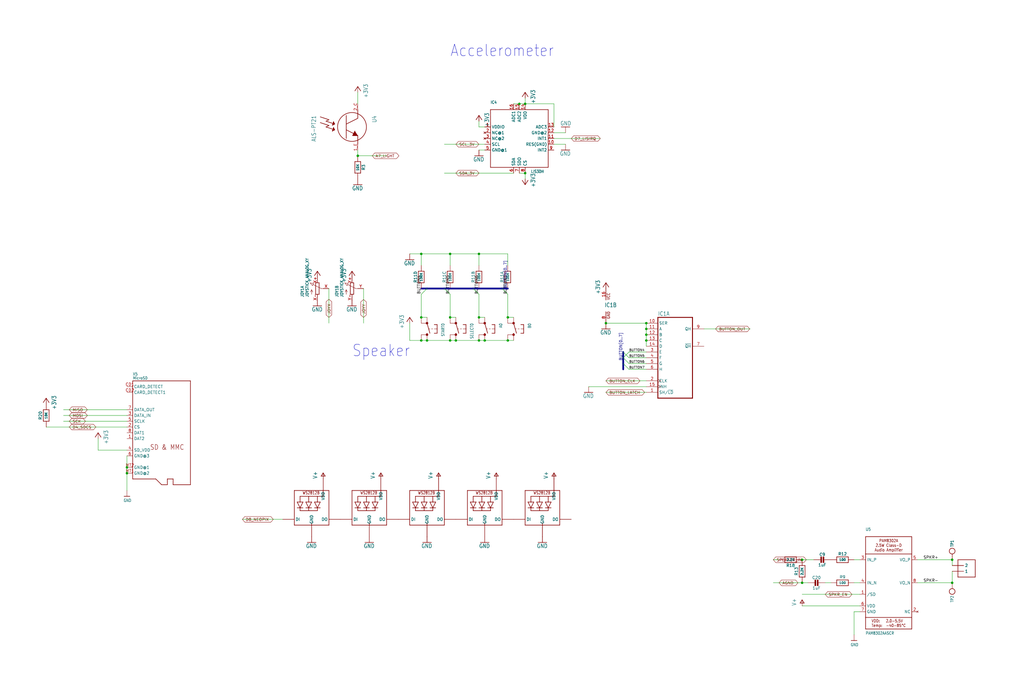
<source format=kicad_sch>
(kicad_sch (version 20230121) (generator eeschema)
  (paper "User" 450.723 304.165)
  (lib_symbols
    (symbol "working-eagle-import:74165TSSOP"
      (property "Reference" "IC" (at -0.635 -0.635 0))
      (symbol "74165TSSOP_1_0"
        (polyline (pts (xy -7.62 -17.78) (xy 7.62 -17.78)) (stroke (width 0.4064)))
        (polyline (pts (xy -7.62 17.78) (xy -7.62 -17.78)) (stroke (width 0.4064)))
        (polyline (pts (xy 7.62 -17.78) (xy 7.62 17.78)) (stroke (width 0.4064)))
        (polyline (pts (xy 7.62 17.78) (xy -7.62 17.78)) (stroke (width 0.4064)))
        (pin input line (at -12.7 -15.24 0) (length 5.08) (name "SH/~{LD}") (number "1"))
        (pin input line (at -12.7 15.24 0) (length 5.08) (name "SER") (number "10"))
        (pin input line (at -12.7 12.7 0) (length 5.08) (name "A") (number "11"))
        (pin input line (at -12.7 10.16 0) (length 5.08) (name "B") (number "12"))
        (pin input line (at -12.7 7.62 0) (length 5.08) (name "C") (number "13"))
        (pin input line (at -12.7 5.08 0) (length 5.08) (name "D") (number "14"))
        (pin input clock (at -12.7 -12.7 0) (length 5.08) (name "INH") (number "15"))
        (pin input clock (at -12.7 -10.16 0) (length 5.08) (name "CLK") (number "2"))
        (pin input line (at -12.7 2.54 0) (length 5.08) (name "E") (number "3"))
        (pin input line (at -12.7 0 0) (length 5.08) (name "F") (number "4"))
        (pin input line (at -12.7 -2.54 0) (length 5.08) (name "G") (number "5"))
        (pin input line (at -12.7 -5.08 0) (length 5.08) (name "H") (number "6"))
        (pin output line (at 12.7 5.08 180) (length 5.08) (name "~{QH}") (number "7"))
        (pin output line (at 12.7 12.7 180) (length 5.08) (name "QH") (number "9"))
      )
      (symbol "74165TSSOP_2_0"
        (text "GND" (at 1.905 -5.842 900) (effects (font (size 1.27 1.0795)) (justify left bottom)))
        (text "VCC" (at 1.905 2.54 900) (effects (font (size 1.27 1.0795)) (justify left bottom)))
        (pin power_in line (at 0 7.62 270) (length 5.08) (name "VCC") (number "16"))
        (pin power_in line (at 0 -7.62 90) (length 5.08) (name "GND") (number "8"))
      )
    )
    (symbol "working-eagle-import:ACCEL_LIS3DHTR"
      (property "Reference" "U" (at -12.7 15.24 0))
      (symbol "ACCEL_LIS3DHTR_1_0"
        (polyline (pts (xy -12.7 -12.7) (xy -12.7 12.7)) (stroke (width 0.254)))
        (polyline (pts (xy -12.7 12.7) (xy 12.7 12.7)) (stroke (width 0.254)))
        (polyline (pts (xy 12.7 -12.7) (xy -12.7 -12.7)) (stroke (width 0.254)))
        (polyline (pts (xy 12.7 12.7) (xy 12.7 -12.7)) (stroke (width 0.254)))
        (pin power_in line (at -15.24 5.08 0) (length 2.54) (name "VDDIO") (number "1"))
        (pin bidirectional line (at 15.24 -2.54 180) (length 2.54) (name "RES(GND)") (number "10"))
        (pin output line (at 15.24 0 180) (length 2.54) (name "INT1") (number "11"))
        (pin power_in line (at 15.24 2.54 180) (length 2.54) (name "GND@2") (number "12"))
        (pin input line (at 15.24 5.08 180) (length 2.54) (name "ADC3") (number "13"))
        (pin power_in line (at 2.54 15.24 270) (length 2.54) (name "VDD") (number "14"))
        (pin input line (at 0 15.24 270) (length 2.54) (name "ADC2") (number "15"))
        (pin input line (at -2.54 15.24 270) (length 2.54) (name "ADC1") (number "16"))
        (pin no_connect line (at -15.24 2.54 0) (length 2.54) (name "NC@1") (number "2"))
        (pin no_connect line (at -15.24 0 0) (length 2.54) (name "NC@2") (number "3"))
        (pin bidirectional line (at -15.24 -2.54 0) (length 2.54) (name "SCL") (number "4"))
        (pin power_in line (at -15.24 -5.08 0) (length 2.54) (name "GND@1") (number "5"))
        (pin bidirectional line (at -2.54 -15.24 90) (length 2.54) (name "SDA") (number "6"))
        (pin bidirectional line (at 0 -15.24 90) (length 2.54) (name "SDO") (number "7"))
        (pin input line (at 2.54 -15.24 90) (length 2.54) (name "CS") (number "8"))
        (pin output line (at 15.24 -5.08 180) (length 2.54) (name "INT2") (number "9"))
      )
    )
    (symbol "working-eagle-import:AUDIOAMP_PAM8302A"
      (property "Reference" "U" (at -10.16 22.86 0))
      (symbol "AUDIOAMP_PAM8302A_1_0"
        (polyline (pts (xy -10.16 -20.32) (xy 10.16 -20.32)) (stroke (width 0.254)))
        (polyline (pts (xy -10.16 -15.24) (xy -10.16 -20.32)) (stroke (width 0.254)))
        (polyline (pts (xy -10.16 -15.24) (xy -10.16 12.7)) (stroke (width 0.254)))
        (polyline (pts (xy -10.16 12.7) (xy -10.16 20.32)) (stroke (width 0.254)))
        (polyline (pts (xy -10.16 12.7) (xy 10.16 12.7)) (stroke (width 0.254)))
        (polyline (pts (xy -10.16 20.32) (xy 10.16 20.32)) (stroke (width 0.254)))
        (polyline (pts (xy 10.16 -20.32) (xy 10.16 -15.24)) (stroke (width 0.254)))
        (polyline (pts (xy 10.16 -15.24) (xy -10.16 -15.24)) (stroke (width 0.254)))
        (polyline (pts (xy 10.16 12.7) (xy 10.16 -15.24)) (stroke (width 0.254)))
        (polyline (pts (xy 10.16 20.32) (xy 10.16 12.7)) (stroke (width 0.254)))
        (text "2.0-5.5V\n-40-85°C" (at -1.27 -17.78 0) (effects (font (size 1.27 1.0795)) (justify left)))
        (text "PAM8302A\n2.5W Class-D\nAudio Amplifier" (at 0 16.51 0) (effects (font (size 1.27 1.0795))))
        (text "VDD:\nTemp:" (at -7.62 -17.78 0) (effects (font (size 1.27 1.0795)) (justify left)))
        (pin input line (at -12.7 -5.08 0) (length 2.54) (name "/SD") (number "1"))
        (pin no_connect line (at 12.7 -12.7 180) (length 2.54) (name "NC") (number "2"))
        (pin input line (at -12.7 10.16 0) (length 2.54) (name "IN_P") (number "3"))
        (pin input line (at -12.7 0 0) (length 2.54) (name "IN_N") (number "4"))
        (pin output line (at 12.7 10.16 180) (length 2.54) (name "VO_P") (number "5"))
        (pin power_in line (at -12.7 -10.16 0) (length 2.54) (name "VDD") (number "6"))
        (pin power_in line (at -12.7 -12.7 0) (length 2.54) (name "GND") (number "7"))
        (pin output line (at 12.7 0 180) (length 2.54) (name "VO_N") (number "8"))
      )
    )
    (symbol "working-eagle-import:CAP_CERAMIC0603_NO"
      (property "Reference" "C" (at -2.29 1.25 90))
      (symbol "CAP_CERAMIC0603_NO_1_0"
        (rectangle (start -1.27 0.508) (end 1.27 1.016) (fill (type outline)))
        (rectangle (start -1.27 1.524) (end 1.27 2.032) (fill (type outline)))
        (polyline (pts (xy 0 0.762) (xy 0 0)) (stroke (width 0.1524)))
        (polyline (pts (xy 0 2.54) (xy 0 1.778)) (stroke (width 0.1524)))
        (pin passive line (at 0 5.08 270) (length 2.54) (name "1") (number "1"))
        (pin passive line (at 0 -2.54 90) (length 2.54) (name "2") (number "2"))
      )
    )
    (symbol "working-eagle-import:CON_MOLEX_2P"
      (symbol "CON_MOLEX_2P_1_0"
        (polyline (pts (xy -2.54 -2.54) (xy 5.08 -2.54)) (stroke (width 0.254)))
        (polyline (pts (xy -2.54 5.08) (xy -2.54 -2.54)) (stroke (width 0.254)))
        (polyline (pts (xy 5.08 -2.54) (xy 5.08 5.08)) (stroke (width 0.254)))
        (polyline (pts (xy 5.08 5.08) (xy -2.54 5.08)) (stroke (width 0.254)))
        (pin passive line (at -5.08 2.54 0) (length 5.08) (name "1") (number "1"))
        (pin passive line (at -5.08 0 0) (length 5.08) (name "2") (number "2"))
      )
      (symbol "CON_MOLEX_2P_2_0"
        (pin bidirectional line (at 0 0 0) (length 5.08) (name "MT") (number "M1"))
      )
      (symbol "CON_MOLEX_2P_3_0"
        (pin bidirectional line (at 0 0 0) (length 5.08) (name "MT") (number "M2"))
      )
    )
    (symbol "working-eagle-import:GND" (power)
      (property "Value" "GND" (at -1.524 -2.54 0))
      (symbol "GND_1_0"
        (polyline (pts (xy -1.27 0) (xy 1.27 0)) (stroke (width 0.254)))
        (pin power_in line (at 0 2.54 270) (length 2.54) (name "GND") (number "1"))
      )
    )
    (symbol "working-eagle-import:JOYSTICK_ANALOG_XY"
      (property "Reference" "JOY" (at -5.969 -3.81 90))
      (symbol "JOYSTICK_ANALOG_XY_1_0"
        (polyline (pts (xy -3.1989 2.4495) (xy -1.7018 2.2352)) (stroke (width 0.1524)))
        (polyline (pts (xy -2.54 -2.54) (xy -2.54 -0.508)) (stroke (width 0.1524)))
        (polyline (pts (xy -2.54 -0.508) (xy -3.048 -1.524)) (stroke (width 0.1524)))
        (polyline (pts (xy -2.54 -0.508) (xy -2.032 -1.524)) (stroke (width 0.1524)))
        (polyline (pts (xy -2.1597 1.2939) (xy -3.1989 2.4495)) (stroke (width 0.1524)))
        (polyline (pts (xy -2.1597 1.2939) (xy -1.7018 2.2352)) (stroke (width 0.1524)))
        (polyline (pts (xy -0.762 -2.54) (xy 0.762 -2.54)) (stroke (width 0.254)))
        (polyline (pts (xy -0.762 2.54) (xy -0.762 -2.54)) (stroke (width 0.254)))
        (polyline (pts (xy 0.762 -2.54) (xy 0.762 2.54)) (stroke (width 0.254)))
        (polyline (pts (xy 0.762 2.54) (xy -0.762 2.54)) (stroke (width 0.254)))
        (polyline (pts (xy 1.651 0) (xy -1.8796 1.7526)) (stroke (width 0.1524)))
        (polyline (pts (xy 2.54 0) (xy 1.651 0)) (stroke (width 0.1524)))
        (pin passive line (at 5.08 0 180) (length 2.54) (name "S") (number "X"))
        (pin passive line (at 0 5.08 270) (length 2.54) (name "E") (number "X+"))
        (pin passive line (at 0 -5.08 90) (length 2.54) (name "A") (number "X-"))
      )
      (symbol "JOYSTICK_ANALOG_XY_2_0"
        (polyline (pts (xy -3.1989 2.4495) (xy -1.7018 2.2352)) (stroke (width 0.1524)))
        (polyline (pts (xy -2.54 -2.54) (xy -2.54 -0.508)) (stroke (width 0.1524)))
        (polyline (pts (xy -2.54 -0.508) (xy -3.048 -1.524)) (stroke (width 0.1524)))
        (polyline (pts (xy -2.54 -0.508) (xy -2.032 -1.524)) (stroke (width 0.1524)))
        (polyline (pts (xy -2.1597 1.2939) (xy -3.1989 2.4495)) (stroke (width 0.1524)))
        (polyline (pts (xy -2.1597 1.2939) (xy -1.7018 2.2352)) (stroke (width 0.1524)))
        (polyline (pts (xy -0.762 -2.54) (xy 0.762 -2.54)) (stroke (width 0.254)))
        (polyline (pts (xy -0.762 2.54) (xy -0.762 -2.54)) (stroke (width 0.254)))
        (polyline (pts (xy 0.762 -2.54) (xy 0.762 2.54)) (stroke (width 0.254)))
        (polyline (pts (xy 0.762 2.54) (xy -0.762 2.54)) (stroke (width 0.254)))
        (polyline (pts (xy 1.651 0) (xy -1.8796 1.7526)) (stroke (width 0.1524)))
        (polyline (pts (xy 2.54 0) (xy 1.651 0)) (stroke (width 0.1524)))
        (pin passive line (at 5.08 0 180) (length 2.54) (name "S") (number "Y"))
        (pin passive line (at 0 5.08 270) (length 2.54) (name "E") (number "Y+"))
        (pin passive line (at 0 -5.08 90) (length 2.54) (name "A") (number "Y-"))
      )
    )
    (symbol "working-eagle-import:MICROSD"
      (property "Reference" "X" (at -12.7 22.606 0))
      (symbol "MICROSD_1_0"
        (polyline (pts (xy -12.7 -22.86) (xy -2.54 -22.86)) (stroke (width 0.254)))
        (polyline (pts (xy -12.7 20.32) (xy -12.7 -22.86)) (stroke (width 0.254)))
        (polyline (pts (xy -2.54 -22.86) (xy 0 -25.4)) (stroke (width 0.254)))
        (polyline (pts (xy 0 -25.4) (xy 2.54 -25.4)) (stroke (width 0.254)))
        (polyline (pts (xy 2.54 -25.4) (xy 2.54 -22.86)) (stroke (width 0.254)))
        (polyline (pts (xy 2.54 -22.86) (xy 5.08 -22.86)) (stroke (width 0.254)))
        (polyline (pts (xy 5.08 -25.4) (xy 12.7 -25.4)) (stroke (width 0.254)))
        (polyline (pts (xy 5.08 -22.86) (xy 5.08 -25.4)) (stroke (width 0.254)))
        (polyline (pts (xy 12.7 -25.4) (xy 12.7 20.32)) (stroke (width 0.254)))
        (polyline (pts (xy 12.7 20.32) (xy -12.7 20.32)) (stroke (width 0.254)))
        (text "SD & MMC" (at -5.08 -10.16 0) (effects (font (size 2.1844 1.8567)) (justify left bottom)))
        (pin bidirectional line (at -15.24 -5.08 0) (length 2.54) (name "DAT2") (number "1"))
        (pin input line (at -15.24 0 0) (length 2.54) (name "CS") (number "2"))
        (pin input line (at -15.24 5.08 0) (length 2.54) (name "DATA_IN") (number "3"))
        (pin power_in line (at -15.24 -10.16 0) (length 2.54) (name "SD_VDD") (number "4"))
        (pin input line (at -15.24 2.54 0) (length 2.54) (name "SCLK") (number "5"))
        (pin power_in line (at -15.24 -12.7 0) (length 2.54) (name "GND@3") (number "6"))
        (pin output line (at -15.24 7.62 0) (length 2.54) (name "DATA_OUT") (number "7"))
        (pin bidirectional line (at -15.24 -2.54 0) (length 2.54) (name "DAT1") (number "8"))
        (pin passive line (at -15.24 17.78 0) (length 2.54) (name "CARD_DETECT") (number "CD1"))
        (pin passive line (at -15.24 15.24 0) (length 2.54) (name "CARD_DETECT1") (number "CD2"))
        (pin power_in line (at -15.24 -20.32 0) (length 2.54) (name "GND@2") (number "MT1"))
        (pin power_in line (at -15.24 -17.78 0) (length 2.54) (name "GND@1") (number "MT2"))
      )
    )
    (symbol "working-eagle-import:PHOTOTRANSISTOR_PT26-21C"
      (property "Reference" "U" (at 8.89 5.08 90))
      (symbol "PHOTOTRANSISTOR_PT26-21C_1_0"
        (polyline (pts (xy -13.97 1.905) (xy -10.16 0.635)) (stroke (width 0.254)))
        (polyline (pts (xy -13.97 4.445) (xy -10.16 3.175)) (stroke (width 0.254)))
        (polyline (pts (xy -11.43 0) (xy -7.62 -1.27)) (stroke (width 0.254)))
        (polyline (pts (xy -11.43 2.54) (xy -7.62 1.27)) (stroke (width 0.254)))
        (polyline (pts (xy -10.16 0.635) (xy -11.43 0)) (stroke (width 0.254)))
        (polyline (pts (xy -10.16 3.175) (xy -11.43 2.54)) (stroke (width 0.254)))
        (polyline (pts (xy -8.636 -1.778) (xy -8.128 -0.254)) (stroke (width 0.254)))
        (polyline (pts (xy -8.636 -1.778) (xy -7.874 -1.27)) (stroke (width 0.254)))
        (polyline (pts (xy -8.636 0.762) (xy -7.62 1.27)) (stroke (width 0.254)))
        (polyline (pts (xy -8.382 -1.524) (xy -8.128 -1.27)) (stroke (width 0.254)))
        (polyline (pts (xy -8.382 -1.27) (xy -8.128 -0.508)) (stroke (width 0.254)))
        (polyline (pts (xy -8.382 1.016) (xy -8.382 1.27)) (stroke (width 0.254)))
        (polyline (pts (xy -8.382 1.27) (xy -8.128 1.27)) (stroke (width 0.254)))
        (polyline (pts (xy -8.128 -1.27) (xy -8.382 -1.27)) (stroke (width 0.254)))
        (polyline (pts (xy -8.128 -1.016) (xy -7.874 -1.016)) (stroke (width 0.254)))
        (polyline (pts (xy -8.128 -0.762) (xy -8.128 -1.016)) (stroke (width 0.254)))
        (polyline (pts (xy -8.128 -0.508) (xy -8.128 -0.762)) (stroke (width 0.254)))
        (polyline (pts (xy -8.128 -0.254) (xy -7.62 -1.27)) (stroke (width 0.254)))
        (polyline (pts (xy -8.128 1.27) (xy -7.874 1.27)) (stroke (width 0.254)))
        (polyline (pts (xy -8.128 1.524) (xy -8.128 1.27)) (stroke (width 0.254)))
        (polyline (pts (xy -8.128 1.524) (xy -7.874 1.524)) (stroke (width 0.254)))
        (polyline (pts (xy -8.128 1.778) (xy -8.128 1.524)) (stroke (width 0.254)))
        (polyline (pts (xy -8.128 2.286) (xy -8.636 0.762)) (stroke (width 0.254)))
        (polyline (pts (xy -8.128 2.286) (xy -8.128 1.778)) (stroke (width 0.254)))
        (polyline (pts (xy -7.874 -1.27) (xy -8.382 -1.524)) (stroke (width 0.254)))
        (polyline (pts (xy -7.874 -1.016) (xy -8.128 -0.762)) (stroke (width 0.254)))
        (polyline (pts (xy -7.874 1.27) (xy -8.382 1.016)) (stroke (width 0.254)))
        (polyline (pts (xy -7.874 1.524) (xy -8.128 1.778)) (stroke (width 0.254)))
        (polyline (pts (xy -7.62 -1.27) (xy -8.636 -1.778)) (stroke (width 0.254)))
        (polyline (pts (xy -7.62 1.27) (xy -8.128 2.286)) (stroke (width 0.254)))
        (polyline (pts (xy -2.54 -1.27) (xy -2.54 -5.08)) (stroke (width 0.254)))
        (polyline (pts (xy -2.54 -1.27) (xy 2.54 -3.81)) (stroke (width 0.254)))
        (polyline (pts (xy -2.54 1.27) (xy -2.54 -1.27)) (stroke (width 0.254)))
        (polyline (pts (xy -2.54 5.08) (xy -2.54 1.27)) (stroke (width 0.254)))
        (polyline (pts (xy 2.54 -3.81) (xy 2.54 -7.62)) (stroke (width 0.254)))
        (polyline (pts (xy 2.54 3.81) (xy -2.54 1.27)) (stroke (width 0.254)))
        (polyline (pts (xy 2.54 7.62) (xy 2.54 3.81)) (stroke (width 0.254)))
        (polyline (pts (xy 1.27 -1.778) (xy 0.254 -3.81) (xy 2.54 -3.81)) (stroke (width 0.254)) (fill (type outline)))
        (circle (center 0 0) (radius 6.35) (stroke (width 0.254)))
        (pin bidirectional line (at 2.54 -10.16 90) (length 2.54) (name "E") (number "1_E"))
        (pin bidirectional line (at 2.54 10.16 270) (length 2.54) (name "C") (number "2_C"))
      )
    )
    (symbol "working-eagle-import:RESISTOR_0603_NOOUT"
      (property "Reference" "R" (at 0 2.54 0))
      (symbol "RESISTOR_0603_NOOUT_1_0"
        (polyline (pts (xy -2.54 -1.27) (xy -2.54 1.27)) (stroke (width 0.254)))
        (polyline (pts (xy -2.54 1.27) (xy 2.54 1.27)) (stroke (width 0.254)))
        (polyline (pts (xy 2.54 -1.27) (xy -2.54 -1.27)) (stroke (width 0.254)))
        (polyline (pts (xy 2.54 1.27) (xy 2.54 -1.27)) (stroke (width 0.254)))
        (pin passive line (at -5.08 0 0) (length 2.54) (name "1") (number "1"))
        (pin passive line (at 5.08 0 180) (length 2.54) (name "2") (number "2"))
      )
    )
    (symbol "working-eagle-import:RESISTOR_4PACK"
      (property "Reference" "R" (at 0 2.54 0))
      (symbol "RESISTOR_4PACK_1_0"
        (polyline (pts (xy -2.54 -1.27) (xy -2.54 1.27)) (stroke (width 0.254)))
        (polyline (pts (xy -2.54 1.27) (xy 2.54 1.27)) (stroke (width 0.254)))
        (polyline (pts (xy 2.54 -1.27) (xy -2.54 -1.27)) (stroke (width 0.254)))
        (polyline (pts (xy 2.54 1.27) (xy 2.54 -1.27)) (stroke (width 0.254)))
        (pin passive line (at -5.08 0 0) (length 2.54) (name "1") (number "1"))
        (pin passive line (at 5.08 0 180) (length 2.54) (name "2") (number "8"))
      )
      (symbol "RESISTOR_4PACK_2_0"
        (polyline (pts (xy -2.54 -1.27) (xy -2.54 1.27)) (stroke (width 0.254)))
        (polyline (pts (xy -2.54 1.27) (xy 2.54 1.27)) (stroke (width 0.254)))
        (polyline (pts (xy 2.54 -1.27) (xy -2.54 -1.27)) (stroke (width 0.254)))
        (polyline (pts (xy 2.54 1.27) (xy 2.54 -1.27)) (stroke (width 0.254)))
        (pin passive line (at -5.08 0 0) (length 2.54) (name "1") (number "2"))
        (pin passive line (at 5.08 0 180) (length 2.54) (name "2") (number "7"))
      )
      (symbol "RESISTOR_4PACK_3_0"
        (polyline (pts (xy -2.54 -1.27) (xy -2.54 1.27)) (stroke (width 0.254)))
        (polyline (pts (xy -2.54 1.27) (xy 2.54 1.27)) (stroke (width 0.254)))
        (polyline (pts (xy 2.54 -1.27) (xy -2.54 -1.27)) (stroke (width 0.254)))
        (polyline (pts (xy 2.54 1.27) (xy 2.54 -1.27)) (stroke (width 0.254)))
        (pin passive line (at -5.08 0 0) (length 2.54) (name "1") (number "3"))
        (pin passive line (at 5.08 0 180) (length 2.54) (name "2") (number "6"))
      )
      (symbol "RESISTOR_4PACK_4_0"
        (polyline (pts (xy -2.54 -1.27) (xy -2.54 1.27)) (stroke (width 0.254)))
        (polyline (pts (xy -2.54 1.27) (xy 2.54 1.27)) (stroke (width 0.254)))
        (polyline (pts (xy 2.54 -1.27) (xy -2.54 -1.27)) (stroke (width 0.254)))
        (polyline (pts (xy 2.54 1.27) (xy 2.54 -1.27)) (stroke (width 0.254)))
        (pin passive line (at -5.08 0 0) (length 2.54) (name "1") (number "4"))
        (pin passive line (at 5.08 0 180) (length 2.54) (name "2") (number "5"))
      )
    )
    (symbol "working-eagle-import:SWITCH_TACT_SMT_6MM8MMCAP"
      (property "Reference" "SW" (at -2.54 6.35 0))
      (symbol "SWITCH_TACT_SMT_6MM8MMCAP_1_0"
        (circle (center -2.54 0) (radius 0.127) (stroke (width 0.4064)))
        (polyline (pts (xy -2.54 -2.54) (xy -2.54 0)) (stroke (width 0.1524)))
        (polyline (pts (xy -2.54 0) (xy 1.905 1.27)) (stroke (width 0.254)))
        (polyline (pts (xy -1.905 4.445) (xy -1.905 3.175)) (stroke (width 0.254)))
        (polyline (pts (xy 0 1.27) (xy 0 0.635)) (stroke (width 0.1524)))
        (polyline (pts (xy 0 2.54) (xy 0 1.905)) (stroke (width 0.1524)))
        (polyline (pts (xy 0 4.445) (xy -1.905 4.445)) (stroke (width 0.254)))
        (polyline (pts (xy 0 4.445) (xy 0 3.175)) (stroke (width 0.1524)))
        (polyline (pts (xy 1.905 0) (xy 2.54 0)) (stroke (width 0.254)))
        (polyline (pts (xy 1.905 4.445) (xy 0 4.445)) (stroke (width 0.254)))
        (polyline (pts (xy 1.905 4.445) (xy 1.905 3.175)) (stroke (width 0.254)))
        (polyline (pts (xy 2.54 -2.54) (xy 2.54 0)) (stroke (width 0.1524)))
        (circle (center 2.54 0) (radius 0.127) (stroke (width 0.4064)))
        (pin passive line (at -5.08 0 0) (length 2.54) (name "P") (number "A"))
        (pin passive line (at -5.08 -2.54 0) (length 2.54) (name "P1") (number "A'"))
        (pin passive line (at 5.08 0 180) (length 2.54) (name "S") (number "B"))
        (pin passive line (at 5.08 -2.54 180) (length 2.54) (name "S1") (number "B'"))
      )
    )
    (symbol "working-eagle-import:TESTPOINTROUND1.5MMNO"
      (property "Reference" "TP" (at 0 5.588 90))
      (symbol "TESTPOINTROUND1.5MMNO_1_0"
        (circle (center 0 3.81) (radius 1.27) (stroke (width 0.254)))
        (pin bidirectional line (at 0 0 90) (length 2.54) (name "P$1") (number "P$1"))
      )
    )
    (symbol "working-eagle-import:V+" (power)
      (property "Value" "V+" (at -2.54 -2.54 90))
      (symbol "V+_1_0"
        (polyline (pts (xy -0.889 -1.27) (xy 0.889 -1.27)) (stroke (width 0.254)))
        (polyline (pts (xy 0 0.127) (xy -0.889 -1.27)) (stroke (width 0.254)))
        (polyline (pts (xy 0.889 -1.27) (xy 0 0.127)) (stroke (width 0.254)))
        (pin power_in line (at 0 -2.54 90) (length 2.54) (name "V+") (number "1"))
      )
    )
    (symbol "working-eagle-import:WS2812B3535"
      (symbol "WS2812B3535_1_0"
        (polyline (pts (xy -7.62 -5.08) (xy 0 -5.08)) (stroke (width 0.254)))
        (polyline (pts (xy -7.62 -2.54) (xy -7.62 -5.08)) (stroke (width 0.254)))
        (polyline (pts (xy -7.62 10.16) (xy -7.62 -2.54)) (stroke (width 0.254)))
        (polyline (pts (xy -6.35 2.54) (xy -5.08 2.54)) (stroke (width 0.254)))
        (polyline (pts (xy -6.35 5.08) (xy -5.08 5.08)) (stroke (width 0.254)))
        (polyline (pts (xy -5.08 2.54) (xy -6.35 5.08)) (stroke (width 0.254)))
        (polyline (pts (xy -5.08 2.54) (xy -5.08 1.27)) (stroke (width 0.254)))
        (polyline (pts (xy -5.08 2.54) (xy -3.81 5.08)) (stroke (width 0.254)))
        (polyline (pts (xy -5.08 5.08) (xy -3.81 5.08)) (stroke (width 0.254)))
        (polyline (pts (xy -5.08 7.62) (xy -5.08 5.08)) (stroke (width 0.254)))
        (polyline (pts (xy -3.81 2.54) (xy -5.08 2.54)) (stroke (width 0.254)))
        (polyline (pts (xy -2.54 2.54) (xy -1.27 2.54)) (stroke (width 0.254)))
        (polyline (pts (xy -2.54 5.08) (xy 0 5.08)) (stroke (width 0.254)))
        (polyline (pts (xy -1.27 1.27) (xy -5.08 1.27)) (stroke (width 0.254)))
        (polyline (pts (xy -1.27 2.54) (xy -2.54 5.08)) (stroke (width 0.254)))
        (polyline (pts (xy -1.27 2.54) (xy -1.27 1.27)) (stroke (width 0.254)))
        (polyline (pts (xy -1.27 2.54) (xy 0 2.54)) (stroke (width 0.254)))
        (polyline (pts (xy -1.27 5.08) (xy -1.27 7.62)) (stroke (width 0.254)))
        (polyline (pts (xy -1.27 7.62) (xy -5.08 7.62)) (stroke (width 0.254)))
        (polyline (pts (xy 0 -5.08) (xy 7.62 -5.08)) (stroke (width 0.254)))
        (polyline (pts (xy 0 -4.064) (xy 0 -5.08)) (stroke (width 0.254)))
        (polyline (pts (xy 0 5.08) (xy -1.27 2.54)) (stroke (width 0.254)))
        (polyline (pts (xy 1.27 5.08) (xy 2.54 2.54)) (stroke (width 0.254)))
        (polyline (pts (xy 1.27 5.08) (xy 2.54 5.08)) (stroke (width 0.254)))
        (polyline (pts (xy 2.54 1.27) (xy -1.27 1.27)) (stroke (width 0.254)))
        (polyline (pts (xy 2.54 2.54) (xy 1.27 2.54)) (stroke (width 0.254)))
        (polyline (pts (xy 2.54 2.54) (xy 2.54 1.27)) (stroke (width 0.254)))
        (polyline (pts (xy 2.54 2.54) (xy 3.81 2.54)) (stroke (width 0.254)))
        (polyline (pts (xy 2.54 2.54) (xy 3.81 5.08)) (stroke (width 0.254)))
        (polyline (pts (xy 2.54 5.08) (xy 2.54 7.62)) (stroke (width 0.254)))
        (polyline (pts (xy 2.54 7.62) (xy -1.27 7.62)) (stroke (width 0.254)))
        (polyline (pts (xy 2.54 7.62) (xy 5.08 7.62)) (stroke (width 0.254)))
        (polyline (pts (xy 3.81 5.08) (xy 2.54 5.08)) (stroke (width 0.254)))
        (polyline (pts (xy 5.08 10.16) (xy -7.62 10.16)) (stroke (width 0.254)))
        (polyline (pts (xy 5.08 10.16) (xy 5.08 7.62)) (stroke (width 0.254)))
        (polyline (pts (xy 7.62 -5.08) (xy 7.62 -2.54)) (stroke (width 0.254)))
        (polyline (pts (xy 7.62 -2.54) (xy 7.62 10.16)) (stroke (width 0.254)))
        (polyline (pts (xy 7.62 10.16) (xy 5.08 10.16)) (stroke (width 0.254)))
        (text "WS2812B" (at -4.064 8.382 0) (effects (font (size 1.27 1.0795)) (justify left bottom)))
        (pin input line (at -12.7 -2.54 0) (length 5.08) (name "DI") (number "1"))
        (pin power_in line (at 5.08 15.24 270) (length 5.08) (name "VDD") (number "2"))
        (pin output line (at 12.7 -2.54 180) (length 5.08) (name "DO") (number "3"))
        (pin power_in line (at 0 -10.16 90) (length 5.08) (name "GND") (number "4"))
      )
    )
    (symbol "working-eagle-import:supply1_+3V3" (power)
      (property "Value" "supply1_+3V3" (at -2.54 -5.08 90))
      (symbol "supply1_+3V3_1_0"
        (polyline (pts (xy 0 0) (xy -1.27 -1.905)) (stroke (width 0.254)))
        (polyline (pts (xy 1.27 -1.905) (xy 0 0)) (stroke (width 0.254)))
        (pin power_in line (at 0 -2.54 90) (length 2.54) (name "+3V3") (number "1"))
      )
    )
    (symbol "working-eagle-import:supply1_GND" (power)
      (property "Value" "supply1_GND" (at -2.54 -2.54 0))
      (symbol "supply1_GND_1_0"
        (polyline (pts (xy -1.905 0) (xy 1.905 0)) (stroke (width 0.254)))
        (pin power_in line (at 0 2.54 270) (length 2.54) (name "GND") (number "1"))
      )
    )
  )
  (junction (at 284.48 142.24))
  (junction (at 231.14 45.72))
  (junction (at 284.48 149.86))
  (junction (at 55.88 208.28))
  (junction (at 210.82 111.76))
  (junction (at 198.12 139.7))
  (junction (at 210.82 139.7))
  (junction (at 284.48 147.32))
  (junction (at 231.14 76.2))
  (junction (at 228.6 45.72))
  (junction (at 55.88 205.74))
  (junction (at 157.48 68.58))
  (junction (at 284.48 144.78))
  (junction (at 223.52 139.7))
  (junction (at 185.42 149.86))
  (junction (at 185.42 139.7))
  (junction (at 223.52 149.86))
  (junction (at 419.1 246.38))
  (junction (at 266.7 142.24))
  (junction (at 187.96 149.86))
  (junction (at 185.42 111.76))
  (junction (at 213.36 149.86))
  (junction (at 419.1 256.54))
  (junction (at 353.06 246.38))
  (junction (at 198.12 149.86))
  (junction (at 210.82 149.86))
  (junction (at 353.06 256.54))
  (junction (at 200.66 149.86))
  (junction (at 198.12 111.76))
  (bus_entry (at 276.86 160.02) (size -2.54 -2.54))
  (bus_entry (at 223.52 129.54) (size -2.54 -2.54))
  (bus_entry (at 276.86 162.56) (size -2.54 -2.54))
  (bus_entry (at 198.12 129.54) (size -2.54 -2.54))
  (bus_entry (at 276.86 157.48) (size -2.54 -2.54))
  (bus_entry (at 210.82 129.54) (size -2.54 -2.54))
  (bus_entry (at 276.86 154.94) (size -2.54 2.54))
  (bus_entry (at 185.42 129.54) (size 2.54 -2.54))
  (wire (pts (xy 180.34 142.24) (xy 180.34 149.86)) (stroke (width 0.1524)))
  (wire (pts (xy 419.1 251.46) (xy 419.1 256.54)) (stroke (width 0.1524)))
  (wire (pts (xy 353.06 256.54) (xy 340.36 256.54)) (stroke (width 0.1524)))
  (wire (pts (xy 243.84 58.42) (xy 248.92 58.42)) (stroke (width 0.1524)))
  (wire (pts (xy 210.82 111.76) (xy 223.52 111.76)) (stroke (width 0.1524)))
  (wire (pts (xy 223.52 111.76) (xy 223.52 116.84)) (stroke (width 0.1524)))
  (wire (pts (xy 284.48 154.94) (xy 276.86 154.94)) (stroke (width 0.1524)))
  (wire (pts (xy 353.06 246.38) (xy 358.14 246.38)) (stroke (width 0.1524)))
  (wire (pts (xy 213.36 63.5) (xy 195.58 63.5)) (stroke (width 0.1524)))
  (wire (pts (xy 210.82 116.84) (xy 210.82 111.76)) (stroke (width 0.1524)))
  (wire (pts (xy 198.12 139.7) (xy 200.66 139.7)) (stroke (width 0.1524)))
  (wire (pts (xy 55.88 198.12) (xy 43.18 198.12)) (stroke (width 0.1524)))
  (wire (pts (xy 228.6 45.72) (xy 226.06 45.72)) (stroke (width 0.1524)))
  (wire (pts (xy 378.46 256.54) (xy 375.92 256.54)) (stroke (width 0.1524)))
  (wire (pts (xy 187.96 149.86) (xy 185.42 149.86)) (stroke (width 0.1524)))
  (wire (pts (xy 200.66 149.86) (xy 210.82 149.86)) (stroke (width 0.1524)))
  (wire (pts (xy 226.06 76.2) (xy 195.58 76.2)) (stroke (width 0.1524)))
  (wire (pts (xy 375.92 269.24) (xy 375.92 279.4)) (stroke (width 0.1524)))
  (wire (pts (xy 375.92 246.38) (xy 378.46 246.38)) (stroke (width 0.1524)))
  (wire (pts (xy 185.42 129.54) (xy 185.42 139.7)) (stroke (width 0.1524)))
  (wire (pts (xy 198.12 111.76) (xy 210.82 111.76)) (stroke (width 0.1524)))
  (wire (pts (xy 55.88 200.66) (xy 55.88 205.74)) (stroke (width 0.1524)))
  (wire (pts (xy 180.34 111.76) (xy 185.42 111.76)) (stroke (width 0.1524)))
  (wire (pts (xy 210.82 139.7) (xy 213.36 139.7)) (stroke (width 0.1524)))
  (wire (pts (xy 342.9 246.38) (xy 340.36 246.38)) (stroke (width 0.1524)))
  (wire (pts (xy 231.14 45.72) (xy 228.6 45.72)) (stroke (width 0.1524)))
  (wire (pts (xy 55.88 208.28) (xy 55.88 215.9)) (stroke (width 0.1524)))
  (bus (pts (xy 274.32 154.94) (xy 274.32 157.48)) (stroke (width 0.762)))
  (wire (pts (xy 27.94 185.42) (xy 55.88 185.42)) (stroke (width 0.1524)))
  (wire (pts (xy 210.82 129.54) (xy 210.82 139.7)) (stroke (width 0.1524)))
  (wire (pts (xy 355.6 256.54) (xy 353.06 256.54)) (stroke (width 0.1524)))
  (wire (pts (xy 185.42 111.76) (xy 198.12 111.76)) (stroke (width 0.1524)))
  (wire (pts (xy 284.48 162.56) (xy 276.86 162.56)) (stroke (width 0.1524)))
  (wire (pts (xy 157.48 68.58) (xy 170.18 68.58)) (stroke (width 0.1524)))
  (wire (pts (xy 55.88 187.96) (xy 20.32 187.96)) (stroke (width 0.1524)))
  (bus (pts (xy 274.32 160.02) (xy 274.32 162.56)) (stroke (width 0.762)))
  (wire (pts (xy 365.76 256.54) (xy 363.22 256.54)) (stroke (width 0.1524)))
  (wire (pts (xy 185.42 149.86) (xy 180.34 149.86)) (stroke (width 0.1524)))
  (wire (pts (xy 198.12 129.54) (xy 198.12 139.7)) (stroke (width 0.1524)))
  (wire (pts (xy 223.52 129.54) (xy 223.52 139.7)) (stroke (width 0.1524)))
  (wire (pts (xy 243.84 60.96) (xy 264.16 60.96)) (stroke (width 0.1524)))
  (wire (pts (xy 200.66 149.86) (xy 198.12 149.86)) (stroke (width 0.1524)))
  (wire (pts (xy 223.52 149.86) (xy 226.06 149.86)) (stroke (width 0.1524)))
  (wire (pts (xy 27.94 182.88) (xy 55.88 182.88)) (stroke (width 0.1524)))
  (wire (pts (xy 210.82 66.04) (xy 213.36 66.04)) (stroke (width 0.1524)))
  (wire (pts (xy 223.52 139.7) (xy 226.06 139.7)) (stroke (width 0.1524)))
  (wire (pts (xy 309.88 144.78) (xy 330.2 144.78)) (stroke (width 0.1524)))
  (wire (pts (xy 243.84 45.72) (xy 231.14 45.72)) (stroke (width 0.1524)))
  (wire (pts (xy 284.48 149.86) (xy 284.48 147.32)) (stroke (width 0.1524)))
  (wire (pts (xy 243.84 55.88) (xy 243.84 45.72)) (stroke (width 0.1524)))
  (bus (pts (xy 274.32 157.48) (xy 274.32 160.02)) (stroke (width 0.762)))
  (wire (pts (xy 284.48 144.78) (xy 284.48 142.24)) (stroke (width 0.1524)))
  (wire (pts (xy 419.1 248.92) (xy 419.1 246.38)) (stroke (width 0.1524)))
  (wire (pts (xy 284.48 170.18) (xy 259.08 170.18)) (stroke (width 0.1524)))
  (wire (pts (xy 403.86 256.54) (xy 419.1 256.54)) (stroke (width 0.1524)))
  (bus (pts (xy 208.28 127) (xy 220.98 127)) (stroke (width 0.762)))
  (bus (pts (xy 185.42 127) (xy 187.96 127)) (stroke (width 0.762)))
  (wire (pts (xy 231.14 43.18) (xy 231.14 45.72)) (stroke (width 0.1524)))
  (wire (pts (xy 210.82 55.88) (xy 210.82 53.34)) (stroke (width 0.1524)))
  (wire (pts (xy 157.48 68.58) (xy 157.48 66.04)) (stroke (width 0.1524)))
  (wire (pts (xy 243.84 63.5) (xy 248.92 63.5)) (stroke (width 0.1524)))
  (wire (pts (xy 185.42 116.84) (xy 185.42 111.76)) (stroke (width 0.1524)))
  (wire (pts (xy 378.46 261.62) (xy 353.06 261.62)) (stroke (width 0.1524)))
  (wire (pts (xy 284.48 147.32) (xy 284.48 144.78)) (stroke (width 0.1524)))
  (wire (pts (xy 284.48 172.72) (xy 266.7 172.72)) (stroke (width 0.1524)))
  (wire (pts (xy 284.48 152.4) (xy 284.48 149.86)) (stroke (width 0.1524)))
  (wire (pts (xy 403.86 246.38) (xy 419.1 246.38)) (stroke (width 0.1524)))
  (wire (pts (xy 378.46 266.7) (xy 353.06 266.7)) (stroke (width 0.1524)))
  (wire (pts (xy 231.14 78.74) (xy 231.14 76.2)) (stroke (width 0.1524)))
  (bus (pts (xy 187.96 127) (xy 195.58 127)) (stroke (width 0.762)))
  (wire (pts (xy 378.46 269.24) (xy 375.92 269.24)) (stroke (width 0.1524)))
  (wire (pts (xy 55.88 180.34) (xy 27.94 180.34)) (stroke (width 0.1524)))
  (bus (pts (xy 220.98 127) (xy 223.52 127)) (stroke (width 0.762)))
  (wire (pts (xy 43.18 198.12) (xy 43.18 193.04)) (stroke (width 0.1524)))
  (wire (pts (xy 284.48 167.64) (xy 266.7 167.64)) (stroke (width 0.1524)))
  (wire (pts (xy 213.36 149.86) (xy 210.82 149.86)) (stroke (width 0.1524)))
  (wire (pts (xy 144.78 127) (xy 144.78 142.24)) (stroke (width 0.1524)))
  (wire (pts (xy 228.6 76.2) (xy 231.14 76.2)) (stroke (width 0.1524)))
  (wire (pts (xy 187.96 149.86) (xy 198.12 149.86)) (stroke (width 0.1524)))
  (wire (pts (xy 157.48 45.72) (xy 157.48 40.64)) (stroke (width 0.1524)))
  (bus (pts (xy 195.58 127) (xy 208.28 127)) (stroke (width 0.762)))
  (wire (pts (xy 284.48 157.48) (xy 276.86 157.48)) (stroke (width 0.1524)))
  (wire (pts (xy 284.48 142.24) (xy 266.7 142.24)) (stroke (width 0.1524)))
  (wire (pts (xy 213.36 149.86) (xy 223.52 149.86)) (stroke (width 0.1524)))
  (wire (pts (xy 185.42 139.7) (xy 187.96 139.7)) (stroke (width 0.1524)))
  (wire (pts (xy 55.88 205.74) (xy 55.88 208.28)) (stroke (width 0.1524)))
  (wire (pts (xy 160.02 127) (xy 160.02 142.24)) (stroke (width 0.1524)))
  (wire (pts (xy 198.12 111.76) (xy 198.12 116.84)) (stroke (width 0.1524)))
  (wire (pts (xy 213.36 55.88) (xy 210.82 55.88)) (stroke (width 0.1524)))
  (wire (pts (xy 124.46 228.6) (xy 106.68 228.6)) (stroke (width 0.1524)))
  (wire (pts (xy 284.48 160.02) (xy 276.86 160.02)) (stroke (width 0.1524)))
  (text "Accelerometer" (at 198.12 25.4 0) (effects (font (size 5.08 4.318)) (justify left bottom)))
  (text "Speaker" (at 154.94 157.48 0) (effects (font (size 5.08 4.318)) (justify left bottom)))
  (label "BUTTON6" (at 210.82 129.54 90) (effects (font (size 1.2446 1.2446))))
  (label "BUTTON[0..7]" (at 223.52 127 90) (effects (font (size 1.2446 1.2446))))
  (label "BUTTON5" (at 198.12 129.54 90) (effects (font (size 1.2446 1.2446))))
  (label "BUTTON6" (at 276.86 160.02 0) (effects (font (size 1.016 1.016))))
  (label "BUTTON5" (at 276.86 157.48 0) (effects (font (size 1.016 1.016))))
  (label "BUTTON4" (at 185.42 129.54 90) (effects (font (size 1.2446 1.2446))))
  (label "BUTTON7" (at 276.86 162.56 0) (effects (font (size 1.016 1.016))))
  (label "BUTTON[0..7]" (at 274.32 158.75 90) (effects (font (size 1.2446 1.2446))))
  (label "BUTTON7" (at 223.52 129.54 90) (effects (font (size 1.2446 1.2446))))
  (label "SPKR+" (at 406.4 246.38 0) (effects (font (size 1.2446 1.2446))))
  (label "SPKR-" (at 406.4 256.54 0) (effects (font (size 1.2446 1.2446))))
  (label "BUTTON4" (at 276.86 154.94 0) (effects (font (size 1.016 1.016))))
  (global_label "A7_LIGHT" (shape bidirectional) (at 163.83 68.58 0) (effects (font (size 1.2446 1.2446))) (property "Intersheetrefs" "${INTERSHEET_REFS}" (effects hide)))
  (global_label "MISO" (shape bidirectional) (at 30.48 180.34 0) (effects (font (size 1.2446 1.2446))) (property "Intersheetrefs" "${INTERSHEET_REFS}" (effects hide)))
  (global_label "BUTTON_OUT" (shape bidirectional) (at 314.96 144.78 0) (effects (font (size 1.2446 1.2446))) (property "Intersheetrefs" "${INTERSHEET_REFS}" (effects hide)))
  (global_label "SPEAKER_IN" (shape bidirectional) (at 340.36 246.38 0) (effects (font (size 1.2446 1.2446))) (property "Intersheetrefs" "${INTERSHEET_REFS}" (effects hide)))
  (global_label "D8_NEOPIX" (shape bidirectional) (at 106.68 228.6 0) (effects (font (size 1.2446 1.2446))) (property "Intersheetrefs" "${INTERSHEET_REFS}" (effects hide)))
  (global_label "D7_LISIRQ" (shape bidirectional) (at 251.46 60.96 0) (effects (font (size 1.2446 1.2446))) (property "Intersheetrefs" "${INTERSHEET_REFS}" (effects hide)))
  (global_label "BUTTON_CLK" (shape bidirectional) (at 266.7 167.64 0) (effects (font (size 1.2446 1.2446))) (property "Intersheetrefs" "${INTERSHEET_REFS}" (effects hide)))
  (global_label "SPKR_EN" (shape bidirectional) (at 363.22 261.62 0) (effects (font (size 1.2446 1.2446))) (property "Intersheetrefs" "${INTERSHEET_REFS}" (effects hide)))
  (global_label "AGND" (shape bidirectional) (at 342.9 256.54 0) (effects (font (size 1.2446 1.2446))) (property "Intersheetrefs" "${INTERSHEET_REFS}" (effects hide)))
  (global_label "JOYX" (shape bidirectional) (at 144.78 139.7 90) (effects (font (size 1.2446 1.2446))) (property "Intersheetrefs" "${INTERSHEET_REFS}" (effects hide)))
  (global_label "MOSI" (shape bidirectional) (at 30.48 182.88 0) (effects (font (size 1.2446 1.2446))) (property "Intersheetrefs" "${INTERSHEET_REFS}" (effects hide)))
  (global_label "JOYY" (shape bidirectional) (at 160.02 139.7 90) (effects (font (size 1.2446 1.2446))) (property "Intersheetrefs" "${INTERSHEET_REFS}" (effects hide)))
  (global_label "D4_SDCS" (shape bidirectional) (at 30.48 187.96 0) (effects (font (size 1.2446 1.2446))) (property "Intersheetrefs" "${INTERSHEET_REFS}" (effects hide)))
  (global_label "SDA_3V" (shape bidirectional) (at 200.66 76.2 0) (effects (font (size 1.2446 1.2446))) (property "Intersheetrefs" "${INTERSHEET_REFS}" (effects hide)))
  (global_label "SCK" (shape bidirectional) (at 30.48 185.42 0) (effects (font (size 1.2446 1.2446))) (property "Intersheetrefs" "${INTERSHEET_REFS}" (effects hide)))
  (global_label "SCL_3V" (shape bidirectional) (at 200.66 63.5 0) (effects (font (size 1.2446 1.2446))) (property "Intersheetrefs" "${INTERSHEET_REFS}" (effects hide)))
  (global_label "BUTTON_LATCH" (shape bidirectional) (at 266.7 172.72 0) (effects (font (size 1.2446 1.2446))) (property "Intersheetrefs" "${INTERSHEET_REFS}" (effects hide)))
  (symbol (lib_id "working-eagle-import:supply1_+3V3") (at 43.18 190.5 0) (mirror y) (unit 1)
    (property "Reference" "#+3V10" (effects hide))
    (property "Value" "+3V3" (at 45.72 195.58 90) (effects (font (size 1.778 1.5113)) (justify left bottom)))
  )
  (symbol (lib_id "working-eagle-import:supply1_+3V3") (at 231.14 81.28 180) (unit 1)
    (property "Reference" "#+3V17" (effects hide))
    (property "Value" "+3V3" (at 233.68 76.2 90) (effects (font (size 1.778 1.5113)) (justify left bottom)))
  )
  (symbol (lib_id "working-eagle-import:V+") (at 243.84 208.28 0) (unit 1)
    (property "Reference" "#P+9" (effects hide))
    (property "Value" "V+" (at 241.3 210.82 90) (effects (font (size 1.778 1.5113)) (justify left bottom)))
  )
  (symbol (lib_id "working-eagle-import:V+") (at 353.06 264.16 0) (unit 1)
    (property "Reference" "#P+10" (effects hide))
    (property "Value" "V+" (at 350.52 266.7 90) (effects (font (size 1.778 1.5113)) (justify left bottom)))
  )
  (symbol (lib_id "working-eagle-import:GND") (at 55.88 218.44 0) (unit 1)
    (property "Reference" "#U$15" (effects hide))
    (property "Value" "GND" (at 54.356 220.98 0) (effects (font (size 1.27 1.0795)) (justify left bottom)))
  )
  (symbol (lib_id "working-eagle-import:supply1_+3V3") (at 157.48 38.1 0) (mirror y) (unit 1)
    (property "Reference" "#+3V16" (effects hide))
    (property "Value" "+3V3" (at 160.02 43.18 90) (effects (font (size 1.778 1.5113)) (justify left bottom)))
  )
  (symbol (lib_id "working-eagle-import:supply1_GND") (at 139.7 134.62 0) (unit 1)
    (property "Reference" "#GND30" (effects hide))
    (property "Value" "GND" (at 137.16 137.16 0) (effects (font (size 1.778 1.5113)) (justify left bottom)))
  )
  (symbol (lib_id "working-eagle-import:RESISTOR_4PACK") (at 198.12 121.92 90) (unit 3)
    (property "Reference" "R11" (at 195.58 121.92 0))
    (property "Value" "100K" (at 198.12 121.92 0) (effects (font (size 1.016 1.016) bold)))
    (property "Footprint" "working:RESPACK_4X0603" (effects hide))
  )
  (symbol (lib_id "working-eagle-import:TESTPOINTROUND1.5MMNO") (at 419.1 256.54 180) (unit 1)
    (property "Reference" "TP2" (at 419.1 262.128 90) (effects (font (size 1.27 1.0795)) (justify left)))
    (property "Value" "TESTPOINTROUND1.5MMNO" (effects hide))
    (property "Footprint" "working:TESTPOINT_ROUND_1.5MM_NO" (effects hide))
  )
  (symbol (lib_id "working-eagle-import:WS2812B3535") (at 187.96 226.06 0) (unit 1)
    (property "Reference" "LED3" (effects hide))
    (property "Value" "WS2812B3535" (effects hide))
    (property "Footprint" "working:LED3535" (effects hide))
  )
  (symbol (lib_id "working-eagle-import:V+") (at 193.04 208.28 0) (unit 1)
    (property "Reference" "#P+7" (effects hide))
    (property "Value" "V+" (at 190.5 210.82 90) (effects (font (size 1.778 1.5113)) (justify left bottom)))
  )
  (symbol (lib_id "working-eagle-import:WS2812B3535") (at 137.16 226.06 0) (unit 1)
    (property "Reference" "LED1" (effects hide))
    (property "Value" "WS2812B3535" (effects hide))
    (property "Footprint" "working:LED3535" (effects hide))
  )
  (symbol (lib_id "working-eagle-import:supply1_GND") (at 248.92 55.88 180) (unit 1)
    (property "Reference" "#GND13" (effects hide))
    (property "Value" "GND" (at 251.46 53.34 0) (effects (font (size 1.778 1.5113)) (justify left bottom)))
  )
  (symbol (lib_id "working-eagle-import:supply1_+3V3") (at 180.34 139.7 0) (unit 1)
    (property "Reference" "#+3V9" (effects hide))
    (property "Value" "+3V3" (at 177.8 144.78 90) (effects (font (size 1.778 1.5113)) (justify left bottom)))
  )
  (symbol (lib_id "working-eagle-import:supply1_GND") (at 154.94 134.62 0) (unit 1)
    (property "Reference" "#GND20" (effects hide))
    (property "Value" "GND" (at 152.4 137.16 0) (effects (font (size 1.778 1.5113)) (justify left bottom)))
  )
  (symbol (lib_id "working-eagle-import:GND") (at 375.92 281.94 0) (unit 1)
    (property "Reference" "#U$44" (effects hide))
    (property "Value" "GND" (at 374.396 284.48 0) (effects (font (size 1.27 1.0795)) (justify left bottom)))
  )
  (symbol (lib_id "working-eagle-import:JOYSTICK_ANALOG_XY") (at 139.7 127 0) (unit 1)
    (property "Reference" "JOY1" (at 133.731 130.81 90) (effects (font (size 1.27 1.0795)) (justify left bottom)))
    (property "Value" "JOYSTICK_ANALOG_XY" (at 135.89 130.81 90) (effects (font (size 1.27 1.0795)) (justify left bottom)))
    (property "Footprint" "working:JOYSTICK_ANALOG_MINITHM" (effects hide))
  )
  (symbol (lib_id "working-eagle-import:RESISTOR_0603_NOOUT") (at 157.48 73.66 270) (mirror x) (unit 1)
    (property "Reference" "R3" (at 160.02 73.66 0))
    (property "Value" "10K" (at 157.48 73.66 0) (effects (font (size 1.016 1.016) bold)))
    (property "Footprint" "working:0603-NO" (effects hide))
  )
  (symbol (lib_id "working-eagle-import:SWITCH_TACT_SMT_6MM8MMCAP") (at 213.36 144.78 270) (unit 1)
    (property "Reference" "A0" (at 219.71 142.24 0) (effects (font (size 1.27 1.0795)) (justify left bottom)))
    (property "Value" "SWITCH_TACT_SMT_6MM8MMCAP" (effects hide))
    (property "Footprint" "working:6MM_SMT_6MMCAP" (effects hide))
  )
  (symbol (lib_id "working-eagle-import:RESISTOR_0603_NOOUT") (at 347.98 246.38 180) (unit 1)
    (property "Reference" "R18" (at 347.98 248.92 0))
    (property "Value" "2.2K" (at 347.98 246.38 0) (effects (font (size 1.016 1.016) bold)))
    (property "Footprint" "working:0603-NO" (effects hide))
  )
  (symbol (lib_id "working-eagle-import:RESISTOR_0603_NOOUT") (at 370.84 256.54 0) (unit 1)
    (property "Reference" "R9" (at 370.84 254 0))
    (property "Value" "100" (at 370.84 256.54 0) (effects (font (size 1.016 1.016) bold)))
    (property "Footprint" "working:0603-NO" (effects hide))
  )
  (symbol (lib_id "working-eagle-import:RESISTOR_4PACK") (at 210.82 121.92 90) (unit 2)
    (property "Reference" "R11" (at 208.28 121.92 0))
    (property "Value" "100K" (at 210.82 121.92 0) (effects (font (size 1.016 1.016) bold)))
    (property "Footprint" "working:RESPACK_4X0603" (effects hide))
  )
  (symbol (lib_id "working-eagle-import:WS2812B3535") (at 213.36 226.06 0) (unit 1)
    (property "Reference" "LED4" (effects hide))
    (property "Value" "WS2812B3535" (effects hide))
    (property "Footprint" "working:LED3535" (effects hide))
  )
  (symbol (lib_id "working-eagle-import:TESTPOINTROUND1.5MMNO") (at 419.1 246.38 0) (unit 1)
    (property "Reference" "TP1" (at 419.1 240.792 90) (effects (font (size 1.27 1.0795)) (justify left)))
    (property "Value" "TESTPOINTROUND1.5MMNO" (effects hide))
    (property "Footprint" "working:TESTPOINT_ROUND_1.5MM_NO" (effects hide))
  )
  (symbol (lib_id "working-eagle-import:AUDIOAMP_PAM8302A") (at 391.16 256.54 0) (unit 1)
    (property "Reference" "U5" (at 381 233.68 0) (effects (font (size 1.27 1.0795)) (justify left bottom)))
    (property "Value" "PAM8302AASCR" (at 381 279.4 0) (effects (font (size 1.27 1.0795)) (justify left bottom)))
    (property "Footprint" "working:MSOP8_0.65MM" (effects hide))
  )
  (symbol (lib_id "working-eagle-import:SWITCH_TACT_SMT_6MM8MMCAP") (at 200.66 144.78 270) (unit 1)
    (property "Reference" "SELECT0" (at 207.01 142.24 0) (effects (font (size 1.27 1.0795)) (justify left bottom)))
    (property "Value" "SWITCH_TACT_SMT_6MM8MMCAP" (effects hide))
    (property "Footprint" "working:6MM_SMT_6MMCAP" (effects hide))
  )
  (symbol (lib_id "working-eagle-import:supply1_+3V3") (at 266.7 124.46 0) (unit 1)
    (property "Reference" "#+3V31" (effects hide))
    (property "Value" "+3V3" (at 264.16 129.54 90) (effects (font (size 1.778 1.5113)) (justify left bottom)))
  )
  (symbol (lib_id "working-eagle-import:supply1_GND") (at 157.48 81.28 0) (unit 1)
    (property "Reference" "#GND24" (effects hide))
    (property "Value" "GND" (at 154.94 83.82 0) (effects (font (size 1.778 1.5113)) (justify left bottom)))
  )
  (symbol (lib_id "working-eagle-import:WS2812B3535") (at 238.76 226.06 0) (unit 1)
    (property "Reference" "LED5" (effects hide))
    (property "Value" "WS2812B3535" (effects hide))
    (property "Footprint" "working:LED3535" (effects hide))
  )
  (symbol (lib_id "working-eagle-import:SWITCH_TACT_SMT_6MM8MMCAP") (at 226.06 144.78 270) (unit 1)
    (property "Reference" "B0" (at 232.41 142.24 0) (effects (font (size 1.27 1.0795)) (justify left bottom)))
    (property "Value" "SWITCH_TACT_SMT_6MM8MMCAP" (effects hide))
    (property "Footprint" "working:6MM_SMT_6MMCAP" (effects hide))
  )
  (symbol (lib_id "working-eagle-import:SWITCH_TACT_SMT_6MM8MMCAP") (at 187.96 144.78 270) (unit 1)
    (property "Reference" "START0" (at 194.31 142.24 0) (effects (font (size 1.27 1.0795)) (justify left bottom)))
    (property "Value" "SWITCH_TACT_SMT_6MM8MMCAP" (effects hide))
    (property "Footprint" "working:6MM_SMT_6MMCAP" (effects hide))
  )
  (symbol (lib_id "working-eagle-import:RESISTOR_4PACK") (at 223.52 121.92 90) (unit 1)
    (property "Reference" "R11" (at 220.98 121.92 0))
    (property "Value" "100K" (at 223.52 121.92 0) (effects (font (size 1.016 1.016) bold)))
    (property "Footprint" "working:RESPACK_4X0603" (effects hide))
  )
  (symbol (lib_id "working-eagle-import:WS2812B3535") (at 162.56 226.06 0) (unit 1)
    (property "Reference" "LED2" (effects hide))
    (property "Value" "WS2812B3535" (effects hide))
    (property "Footprint" "working:LED3535" (effects hide))
  )
  (symbol (lib_id "working-eagle-import:supply1_GND") (at 210.82 68.58 0) (unit 1)
    (property "Reference" "#GND5" (effects hide))
    (property "Value" "GND" (at 208.28 71.12 0) (effects (font (size 1.778 1.5113)) (justify left bottom)))
  )
  (symbol (lib_id "working-eagle-import:74165TSSOP") (at 297.18 157.48 0) (unit 1)
    (property "Reference" "IC1" (at 289.56 139.065 0) (effects (font (size 1.778 1.5113)) (justify left bottom)))
    (property "Value" "74165TSSOP" (effects hide))
    (property "Footprint" "working:TSSOP16" (effects hide))
  )
  (symbol (lib_id "working-eagle-import:supply1_+3V3") (at 20.32 175.26 0) (mirror y) (unit 1)
    (property "Reference" "#+3V22" (effects hide))
    (property "Value" "+3V3" (at 22.86 180.34 90) (effects (font (size 1.778 1.5113)) (justify left bottom)))
  )
  (symbol (lib_id "working-eagle-import:74165TSSOP") (at 266.7 134.62 0) (unit 2)
    (property "Reference" "IC1" (at 266.065 135.255 0) (effects (font (size 1.778 1.5113)) (justify left bottom)))
    (property "Value" "74165TSSOP" (effects hide))
    (property "Footprint" "working:TSSOP16" (effects hide))
  )
  (symbol (lib_id "working-eagle-import:supply1_GND") (at 248.92 66.04 0) (unit 1)
    (property "Reference" "#GND9" (effects hide))
    (property "Value" "GND" (at 246.38 68.58 0) (effects (font (size 1.778 1.5113)) (justify left bottom)))
  )
  (symbol (lib_id "working-eagle-import:supply1_GND") (at 213.36 238.76 0) (unit 1)
    (property "Reference" "#GND23" (effects hide))
    (property "Value" "GND" (at 210.82 241.3 0) (effects (font (size 1.778 1.5113)) (justify left bottom)))
  )
  (symbol (lib_id "working-eagle-import:CAP_CERAMIC0603_NO") (at 360.68 246.38 270) (unit 1)
    (property "Reference" "C9" (at 361.93 244.09 90))
    (property "Value" "1uF" (at 361.93 248.68 90))
    (property "Footprint" "working:0603-NO" (effects hide))
  )
  (symbol (lib_id "working-eagle-import:V+") (at 142.24 208.28 0) (unit 1)
    (property "Reference" "#P+4" (effects hide))
    (property "Value" "V+" (at 139.7 210.82 90) (effects (font (size 1.778 1.5113)) (justify left bottom)))
  )
  (symbol (lib_id "working-eagle-import:supply1_GND") (at 187.96 238.76 0) (unit 1)
    (property "Reference" "#GND21" (effects hide))
    (property "Value" "GND" (at 185.42 241.3 0) (effects (font (size 1.778 1.5113)) (justify left bottom)))
  )
  (symbol (lib_id "working-eagle-import:ACCEL_LIS3DHTR") (at 228.6 60.96 0) (unit 1)
    (property "Reference" "IC4" (at 215.9 45.72 0) (effects (font (size 1.27 1.0795)) (justify left bottom)))
    (property "Value" "LIS3DH" (at 233.68 76.2 0) (effects (font (size 1.27 1.0795)) (justify left bottom)))
    (property "Footprint" "working:LGA16_3X3MM" (effects hide))
  )
  (symbol (lib_id "working-eagle-import:V+") (at 167.64 208.28 0) (unit 1)
    (property "Reference" "#P+5" (effects hide))
    (property "Value" "V+" (at 165.1 210.82 90) (effects (font (size 1.778 1.5113)) (justify left bottom)))
  )
  (symbol (lib_id "working-eagle-import:supply1_+3V3") (at 139.7 119.38 0) (unit 1)
    (property "Reference" "#+3V14" (effects hide))
    (property "Value" "+3V3" (at 137.16 124.46 90) (effects (font (size 1.778 1.5113)) (justify left bottom)))
  )
  (symbol (lib_id "working-eagle-import:supply1_+3V3") (at 210.82 50.8 0) (mirror y) (unit 1)
    (property "Reference" "#+3V12" (effects hide))
    (property "Value" "+3V3" (at 213.36 55.88 90) (effects (font (size 1.778 1.5113)) (justify left bottom)))
  )
  (symbol (lib_id "working-eagle-import:supply1_GND") (at 162.56 238.76 0) (unit 1)
    (property "Reference" "#GND12" (effects hide))
    (property "Value" "GND" (at 160.02 241.3 0) (effects (font (size 1.778 1.5113)) (justify left bottom)))
  )
  (symbol (lib_id "working-eagle-import:supply1_GND") (at 238.76 238.76 0) (unit 1)
    (property "Reference" "#GND26" (effects hide))
    (property "Value" "GND" (at 236.22 241.3 0) (effects (font (size 1.778 1.5113)) (justify left bottom)))
  )
  (symbol (lib_id "working-eagle-import:MICROSD") (at 71.12 187.96 0) (unit 1)
    (property "Reference" "X5" (at 58.42 165.354 0) (effects (font (size 1.27 1.0795)) (justify left bottom)))
    (property "Value" "MicroSD" (at 58.42 167.132 0) (effects (font (size 1.27 1.0795)) (justify left bottom)))
    (property "Footprint" "working:MICROSD" (effects hide))
  )
  (symbol (lib_id "working-eagle-import:supply1_GND") (at 259.08 172.72 0) (unit 1)
    (property "Reference" "#GND29" (effects hide))
    (property "Value" "GND" (at 256.54 175.26 0) (effects (font (size 1.778 1.5113)) (justify left bottom)))
  )
  (symbol (lib_id "working-eagle-import:V+") (at 218.44 208.28 0) (unit 1)
    (property "Reference" "#P+8" (effects hide))
    (property "Value" "V+" (at 215.9 210.82 90) (effects (font (size 1.778 1.5113)) (justify left bottom)))
  )
  (symbol (lib_id "working-eagle-import:PHOTOTRANSISTOR_PT26-21C") (at 154.94 55.88 0) (unit 1)
    (property "Reference" "U4" (at 163.83 50.8 90) (effects (font (size 1.778 1.5113)) (justify right top)))
    (property "Value" "ALS-PT21" (at 137.16 50.8 90) (effects (font (size 1.778 1.5113)) (justify right top)))
    (property "Footprint" "working:ALS-PT26-21C" (effects hide))
  )
  (symbol (lib_id "working-eagle-import:supply1_GND") (at 180.34 114.3 0) (unit 1)
    (property "Reference" "#GND6" (effects hide))
    (property "Value" "GND" (at 177.8 116.84 0) (effects (font (size 1.778 1.5113)) (justify left bottom)))
  )
  (symbol (lib_id "working-eagle-import:supply1_+3V3") (at 154.94 119.38 0) (unit 1)
    (property "Reference" "#+3V13" (effects hide))
    (property "Value" "+3V3" (at 152.4 124.46 90) (effects (font (size 1.778 1.5113)) (justify left bottom)))
  )
  (symbol (lib_id "working-eagle-import:JOYSTICK_ANALOG_XY") (at 154.94 127 0) (unit 2)
    (property "Reference" "JOY1" (at 148.971 130.81 90) (effects (font (size 1.27 1.0795)) (justify left bottom)))
    (property "Value" "JOYSTICK_ANALOG_XY" (at 151.13 130.81 90) (effects (font (size 1.27 1.0795)) (justify left bottom)))
    (property "Footprint" "working:JOYSTICK_ANALOG_MINITHM" (effects hide))
  )
  (symbol (lib_id "working-eagle-import:supply1_+3V3") (at 231.14 40.64 0) (mirror y) (unit 1)
    (property "Reference" "#+3V11" (effects hide))
    (property "Value" "+3V3" (at 233.68 45.72 90) (effects (font (size 1.778 1.5113)) (justify left bottom)))
  )
  (symbol (lib_id "working-eagle-import:CAP_CERAMIC0603_NO") (at 358.14 256.54 270) (unit 1)
    (property "Reference" "C20" (at 359.39 254.25 90))
    (property "Value" "1uF" (at 359.39 258.84 90))
    (property "Footprint" "working:0603-NO" (effects hide))
  )
  (symbol (lib_id "working-eagle-import:supply1_GND") (at 137.16 238.76 0) (unit 1)
    (property "Reference" "#GND15" (effects hide))
    (property "Value" "GND" (at 134.62 241.3 0) (effects (font (size 1.778 1.5113)) (justify left bottom)))
  )
  (symbol (lib_id "working-eagle-import:CON_MOLEX_2P") (at 424.18 248.92 0) (mirror x) (unit 1)
    (property "Reference" "U$13" (effects hide))
    (property "Value" "CON_MOLEX_2P" (effects hide))
    (property "Footprint" "working:53398-0271" (effects hide))
  )
  (symbol (lib_id "working-eagle-import:RESISTOR_0603_NOOUT") (at 370.84 246.38 0) (unit 1)
    (property "Reference" "R12" (at 370.84 243.84 0))
    (property "Value" "100" (at 370.84 246.38 0) (effects (font (size 1.016 1.016) bold)))
    (property "Footprint" "working:0603-NO" (effects hide))
  )
  (symbol (lib_id "working-eagle-import:RESISTOR_0603_NOOUT") (at 20.32 182.88 90) (unit 1)
    (property "Reference" "R20" (at 17.78 182.88 0))
    (property "Value" "10K" (at 20.32 182.88 0) (effects (font (size 1.016 1.016) bold)))
    (property "Footprint" "working:0603-NO" (effects hide))
  )
  (symbol (lib_id "working-eagle-import:RESISTOR_0603_NOOUT") (at 353.06 251.46 90) (unit 1)
    (property "Reference" "R13" (at 350.52 251.46 0))
    (property "Value" "2.2K" (at 353.06 251.46 0) (effects (font (size 1.016 1.016) bold)))
    (property "Footprint" "working:0603-NO" (effects hide))
  )
  (symbol (lib_id "working-eagle-import:supply1_GND") (at 266.7 144.78 0) (unit 1)
    (property "Reference" "#GND27" (effects hide))
    (property "Value" "GND" (at 264.16 147.32 0) (effects (font (size 1.778 1.5113)) (justify left bottom)))
  )
  (symbol (lib_id "working-eagle-import:RESISTOR_4PACK") (at 185.42 121.92 90) (unit 4)
    (property "Reference" "R11" (at 182.88 121.92 0))
    (property "Value" "100K" (at 185.42 121.92 0) (effects (font (size 1.016 1.016) bold)))
    (property "Footprint" "working:RESPACK_4X0603" (effects hide))
  )
)
</source>
